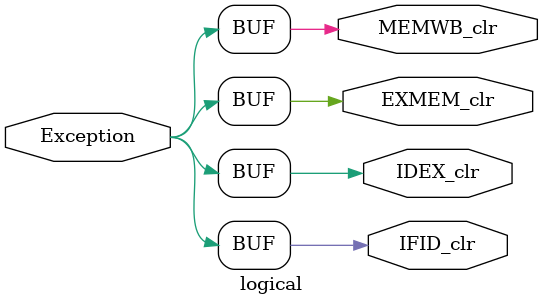
<source format=v>
`timescale 1ns / 1ps
module logical(
    input Exception,
    output IFID_clr,
    output IDEX_clr,
    output EXMEM_clr,
    output MEMWB_clr
    );
	 
	 assign IFID_clr=Exception;
    assign IDEX_clr=Exception;
    assign EXMEM_clr=Exception;
    assign MEMWB_clr=Exception;


endmodule

</source>
